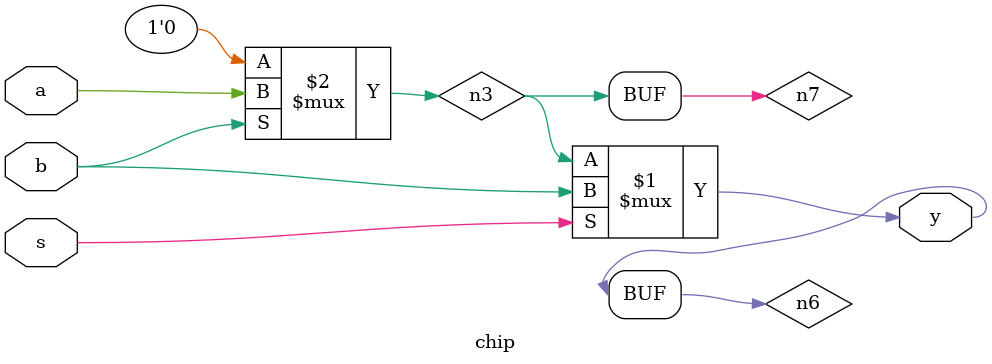
<source format=v>

module chip (output y, input s, input b, input a);

wire y;
// (8, 13, 'sp4_r_v_b_41')
// (8, 14, 'sp4_r_v_b_28')
// (8, 15, 'sp4_r_v_b_17')
// (8, 16, 'sp4_r_v_b_4')
// (9, 12, 'sp4_h_r_4')
// (9, 12, 'sp4_v_t_41')
// (9, 13, 'sp4_v_b_41')
// (9, 14, 'sp4_v_b_28')
// (9, 15, 'sp4_v_b_17')
// (9, 16, 'sp4_h_r_11')
// (9, 16, 'sp4_v_b_4')
// (10, 12, 'sp4_h_r_17')
// (10, 16, 'sp4_h_r_22')
// (11, 12, 'sp4_h_r_28')
// (11, 15, 'neigh_op_tnr_7')
// (11, 16, 'neigh_op_rgt_7')
// (11, 16, 'sp4_h_r_35')
// (11, 17, 'logic_op_bnr_7')
// (12, 12, 'sp4_h_r_41')
// (12, 15, 'neigh_op_top_7')
// (12, 16, 'lutff_7/out')
// (12, 16, 'sp4_h_r_46')
// (12, 17, 'logic_op_bot_7')
// (13, 12, 'io_1/D_OUT_0')
// (13, 12, 'io_1/PAD')
// (13, 12, 'local_g0_1')
// (13, 12, 'span4_horz_41')
// (13, 15, 'logic_op_tnl_7')
// (13, 16, 'logic_op_lft_7')
// (13, 16, 'span4_horz_46')

wire s;
// (10, 16, 'neigh_op_tnr_2')
// (10, 16, 'neigh_op_tnr_6')
// (11, 16, 'neigh_op_top_2')
// (11, 16, 'neigh_op_top_6')
// (11, 17, 'io_1/D_IN_0')
// (11, 17, 'io_1/PAD')
// (12, 16, 'local_g2_2')
// (12, 16, 'lutff_7/in_3')
// (12, 16, 'neigh_op_tnl_2')
// (12, 16, 'neigh_op_tnl_6')

wire n3;
// (11, 15, 'neigh_op_tnr_4')
// (11, 16, 'neigh_op_rgt_4')
// (11, 17, 'logic_op_bnr_4')
// (12, 15, 'neigh_op_top_4')
// (12, 16, 'local_g1_4')
// (12, 16, 'lutff_4/out')
// (12, 16, 'lutff_7/in_2')
// (12, 17, 'logic_op_bot_4')
// (13, 15, 'logic_op_tnl_4')
// (13, 16, 'logic_op_lft_4')

wire b;
// (11, 16, 'neigh_op_tnr_0')
// (11, 16, 'neigh_op_tnr_4')
// (12, 16, 'local_g0_0')
// (12, 16, 'local_g1_0')
// (12, 16, 'lutff_4/in_3')
// (12, 16, 'lutff_7/in_1')
// (12, 16, 'neigh_op_top_0')
// (12, 16, 'neigh_op_top_4')
// (12, 17, 'io_0/D_IN_0')
// (12, 17, 'io_0/PAD')

wire a;
// (11, 16, 'neigh_op_tnr_2')
// (11, 16, 'neigh_op_tnr_6')
// (12, 16, 'local_g0_2')
// (12, 16, 'lutff_4/in_2')
// (12, 16, 'neigh_op_top_2')
// (12, 16, 'neigh_op_top_6')
// (12, 17, 'io_1/D_IN_0')
// (12, 17, 'io_1/PAD')

wire n6;
// (12, 16, 'lutff_7/lout')

wire n7;
// (12, 16, 'lutff_4/lout')

assign n6 = /* LUT   12 16  7 */ (s ? b : n3);
assign n7 = /* LUT   12 16  4 */ (b ? a : 1'b0);
/* FF 12 16  7 */ assign y = n6;
/* FF 12 16  4 */ assign n3 = n7;

endmodule


</source>
